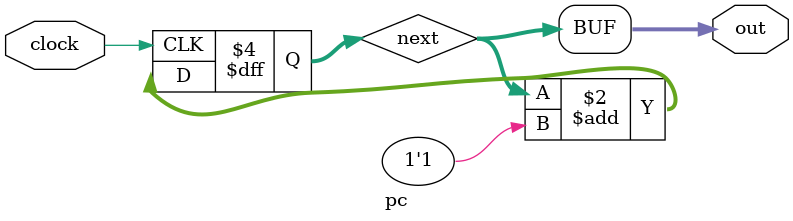
<source format=v>
module pc(clock,out); 
input clock; 
output [31:0] out; 
reg [31:0] next; 
 
 initial next = 32'b0; 
  always @(posedge clock) 
    begin 
        next = next + 1'b1; 
      end 
		
  assign out = next; 
endmodule 
</source>
